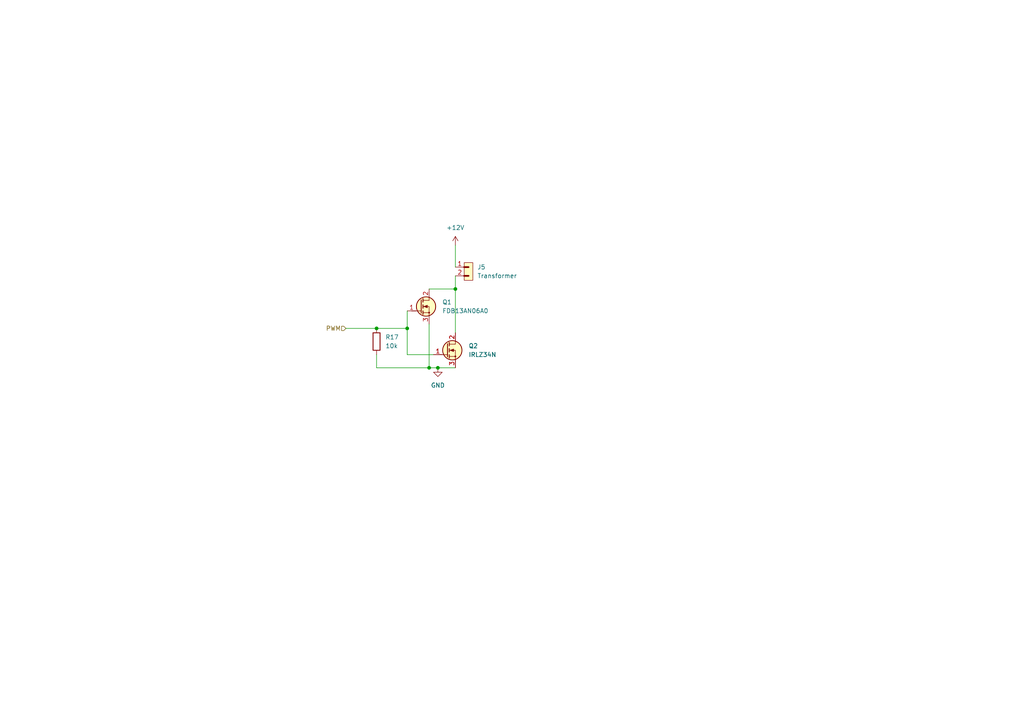
<source format=kicad_sch>
(kicad_sch (version 20250114) (generator "eeschema") (generator_version "9.0")
  (paper "A4")
  (title_block (title "Power"))
  (lib_symbols
    (symbol "Device:R" (pin_numbers (hide yes)) (pin_names (offset 0))
      (property "Reference" "R" (at 2.032 0 90))
      (property "Value" "R" (at 0 0 90))
      (symbol "R_0_1"
        (rectangle (start -1.016 -2.54) (end 1.016 2.54) (stroke (width 0.254)))
      )
      (symbol "R_1_1"
        (pin passive line (at 0 3.81 270) (length 1.27) (name "~") (number "1"))
        (pin passive line (at 0 -3.81 90) (length 1.27) (name "~") (number "2"))
      )
    )
    (symbol "PCM_4ms_Power-symbol:+12V" (power) (pin_names (offset 0))
      (property "Value" "+12V" (at 0 3.556 0))
      (symbol "+12V_0_1"
        (polyline (pts (xy -0.762 1.27) (xy 0 2.54)))
        (polyline (pts (xy 0 2.54) (xy 0.762 1.27)))
        (polyline (pts (xy 0 0) (xy 0 2.54)))
      )
      (symbol "+12V_1_1"
        (pin power_in line (at 0 0 90) (length 0) (hide yes) (name "+12V") (number "1"))
      )
    )
    (symbol "PCM_SL_Pin_Headers:PINHD_1x2_Male"
      (property "Reference" "J" (at 0 6.35 0))
      (property "Value" "PINHD_1x2_Male" (at 0 3.81 0))
      (symbol "PINHD_1x2_Male_0_1"
        (rectangle (start -1.27 2.54) (end 1.27 -2.54) (fill (type background)))
        (polyline (pts (xy -1.27 1.27) (xy 0 1.27)) (stroke (width 0.3)))
        (polyline (pts (xy -1.27 1.27) (xy 0 1.27)) (stroke (width 0.5)))
        (polyline (pts (xy -1.27 -1.27) (xy 0 -1.27)) (stroke (width 0.3)))
        (polyline (pts (xy -1.27 -1.27) (xy 0 -1.27)) (stroke (width 0.5)))
      )
      (symbol "PINHD_1x2_Male_1_1"
        (pin passive line (at -3.81 1.27 0) (length 2.54) (name "") (number "1"))
        (pin passive line (at -3.81 -1.27 0) (length 2.54) (name "") (number "2"))
      )
    )
    (symbol "PCM_Transistor_MOSFET_AKL:FDB13AN06A0" (pin_names (hide yes))
      (property "Reference" "Q" (at 5.08 1.27 0))
      (property "Value" "FDB13AN06A0" (at 5.08 -1.27 0))
      (symbol "FDB13AN06A0_0_1"
        (polyline (pts (xy 0.254 1.905) (xy 0.254 -1.905)) (stroke (width 0.254)))
        (polyline (pts (xy 0.254 -1.27) (xy -2.54 -1.27)))
        (polyline (pts (xy 0.762 2.286) (xy 0.762 1.27)) (stroke (width 0.254)))
        (polyline (pts (xy 0.762 0.508) (xy 0.762 -0.508)) (stroke (width 0.254)))
        (polyline (pts (xy 0.762 -1.27) (xy 0.762 -2.286)) (stroke (width 0.254)))
        (polyline (pts (xy 0.762 -1.778) (xy 2.54 -1.778)))
        (polyline (pts (xy 1.016 0) (xy 2.032 0.381) (xy 2.032 -0.381) (xy 1.016 0)) (fill (type outline)))
        (circle (center 1.651 0) (radius 2.794) (stroke (width 0.254)) (fill (type background)))
        (polyline (pts (xy 2.54 2.54) (xy 2.54 1.778)))
        (polyline (pts (xy 2.54 1.778) (xy 0.762 1.778)))
        (circle (center 2.54 -1.778) (radius 0.1778) (fill (type outline)))
        (polyline (pts (xy 2.54 -2.54) (xy 2.54 0) (xy 0.762 0)))
      )
      (symbol "FDB13AN06A0_1_1"
        (pin input line (at -3.81 -1.27 0) (length 2.54) (name "G") (number "1"))
        (pin passive line (at 2.54 5.08 270) (length 2.54) (name "D") (number "2"))
        (pin passive line (at 2.54 -5.08 90) (length 2.54) (name "S") (number "3"))
      )
    )
    (symbol "PCM_Transistor_MOSFET_AKL:IRLZ34N" (pin_names (hide yes))
      (property "Reference" "Q" (at 5.08 1.27 0))
      (property "Value" "IRLZ34N" (at 5.08 -1.27 0))
      (symbol "IRLZ34N_0_1"
        (polyline (pts (xy 0.254 1.905) (xy 0.254 -1.905)) (stroke (width 0.254)))
        (polyline (pts (xy 0.254 -1.27) (xy -2.54 -1.27)))
        (polyline (pts (xy 0.762 2.286) (xy 0.762 1.27)) (stroke (width 0.254)))
        (polyline (pts (xy 0.762 0.508) (xy 0.762 -0.508)) (stroke (width 0.254)))
        (polyline (pts (xy 0.762 -1.27) (xy 0.762 -2.286)) (stroke (width 0.254)))
        (polyline (pts (xy 0.762 -1.778) (xy 2.54 -1.778)))
        (polyline (pts (xy 1.016 0) (xy 2.032 0.381) (xy 2.032 -0.381) (xy 1.016 0)) (fill (type outline)))
        (circle (center 1.651 0) (radius 2.794) (stroke (width 0.254)) (fill (type background)))
        (polyline (pts (xy 2.54 2.54) (xy 2.54 1.778)))
        (polyline (pts (xy 2.54 1.778) (xy 0.762 1.778)))
        (circle (center 2.54 -1.778) (radius 0.1778) (fill (type outline)))
        (polyline (pts (xy 2.54 -2.54) (xy 2.54 0) (xy 0.762 0)))
      )
      (symbol "IRLZ34N_1_1"
        (pin input line (at -3.81 -1.27 0) (length 2.54) (name "G") (number "1"))
        (pin passive line (at 2.54 5.08 270) (length 2.54) (name "D") (number "2"))
        (pin passive line (at 2.54 -5.08 90) (length 2.54) (name "S") (number "3"))
      )
    )
    (symbol "power:GND" (power) (pin_numbers (hide yes)) (pin_names (offset 0) (hide yes))
      (property "Value" "GND" (at 0 -3.81 0))
      (symbol "GND_0_1"
        (polyline (pts (xy 0 0) (xy 0 -1.27) (xy 1.27 -1.27) (xy 0 -2.54) (xy -1.27 -1.27) (xy 0 -1.27)))
      )
      (symbol "GND_1_1"
        (pin power_in line (at 0 0 270) (length 0) (name "~") (number "1"))
      )
    )
  )
  (junction (at 124.46 106.68))
  (junction (at 109.22 95.25))
  (junction (at 127 106.68))
  (junction (at 118.11 95.25))
  (junction (at 132.08 83.82))
  (wire (pts (xy 109.22 95.25) (xy 118.11 95.25)))
  (wire (pts (xy 118.11 95.25) (xy 118.11 102.87)))
  (wire (pts (xy 124.46 106.68) (xy 127 106.68)))
  (wire (pts (xy 100.33 95.25) (xy 109.22 95.25)))
  (wire (pts (xy 109.22 106.68) (xy 124.46 106.68)))
  (wire (pts (xy 127 106.68) (xy 132.08 106.68)))
  (wire (pts (xy 109.22 106.68) (xy 109.22 102.87)))
  (wire (pts (xy 118.11 102.87) (xy 125.73 102.87)))
  (wire (pts (xy 118.11 90.17) (xy 118.11 95.25)))
  (wire (pts (xy 132.08 83.82) (xy 124.46 83.82)))
  (wire (pts (xy 132.08 80.01) (xy 132.08 83.82)))
  (wire (pts (xy 124.46 93.98) (xy 124.46 106.68)))
  (wire (pts (xy 132.08 71.12) (xy 132.08 77.47)))
  (wire (pts (xy 132.08 96.52) (xy 132.08 83.82)))
  (hierarchical_label "PWM" (shape input) (at 100.33 95.25 180))
  (symbol (lib_id "PCM_Transistor_MOSFET_AKL:IRLZ34N") (at 129.54 101.6 0) (unit 1)
    (property "Reference" "Q2" (at 135.89 100.3299 0) (effects (justify left)))
    (property "Value" "IRLZ34N" (at 135.89 102.8699 0) (effects (justify left)))
    (property "Footprint" "PCM_Package_TO_SOT_THT_AKL:TO-220-3_Vertical_GDS" (effects (hide yes)))
    (property "Datasheet" "https://www.tme.eu/Document/f653dbe9333e147cb8aa877002549848/irlz34n.pdf" (effects (hide yes)))
    (property "Description" "TO-220 N-MOSFET enchancement mode transistor, 55V, 30A, 68W, Alternate KiCAD Library" (effects (hide yes)))
  )
  (symbol (lib_id "power:GND") (at 127 106.68 0) (unit 1)
    (property "Reference" "#PWR022" (effects (hide yes)))
    (property "Value" "GND" (at 127 111.76 0))
    (property "Description" "Power symbol creates a global label with name \"GND\" , ground" (effects (hide yes)))
  )
  (symbol (lib_id "PCM_SL_Pin_Headers:PINHD_1x2_Male") (at 135.89 78.74 0) (unit 1)
    (property "Reference" "J5" (at 138.43 77.4699 0) (effects (justify left)))
    (property "Value" "Transformer" (at 138.43 80.0099 0) (effects (justify left)))
    (property "Footprint" "Connector_PinHeader_2.54mm:PinHeader_1x02_P2.54mm_Vertical" (effects (hide yes)))
    (property "Description" "Pin Header male with pin space 2.54mm. Pin Count -2" (effects (hide yes)))
  )
  (symbol (lib_id "PCM_Transistor_MOSFET_AKL:FDB13AN06A0") (at 121.92 88.9 0) (unit 1)
    (property "Reference" "Q1" (at 128.27 87.6299 0) (effects (justify left)))
    (property "Value" "FDB13AN06A0" (at 128.27 90.1699 0) (effects (justify left)))
    (property "Footprint" "PCM_Package_TO_SOT_SMD_AKL:TO-263-2" (effects (hide yes)))
    (property "Datasheet" "https://www.tme.eu/Document/f263c57d009b1f189d544b69df83cef6/FDB13AN06A0.pdf" (effects (hide yes)))
    (property "Description" "TO-263 N-MOSFET enchancement mode transistor, 60V, 62A, 115W, Alternate KiCAD Library" (effects (hide yes)))
  )
  (symbol (lib_id "Device:R") (at 109.22 99.06 180) (unit 1)
    (property "Reference" "R17" (at 111.76 97.7899 0) (effects (justify right)))
    (property "Value" "10k" (at 111.76 100.3299 0) (effects (justify right)))
    (property "Footprint" "Resistor_SMD:R_0805_2012Metric" (effects (hide yes)))
    (property "Description" "Resistor" (effects (hide yes)))
  )
  (symbol (lib_id "PCM_4ms_Power-symbol:+12V") (at 132.08 71.12 0) (unit 1)
    (property "Reference" "#PWR09" (effects (hide yes)))
    (property "Value" "+12V" (at 132.08 66.04 0))
  )
)
</source>
